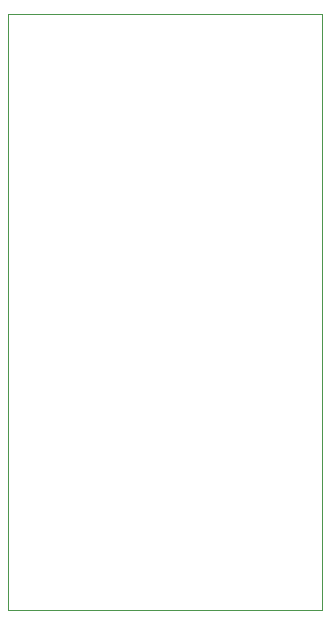
<source format=gbr>
G04*
G04 #@! TF.GenerationSoftware,Altium Limited,Altium Designer,22.4.2 (48)*
G04*
G04 Layer_Color=0*
%FSLAX25Y25*%
%MOIN*%
G70*
G04*
G04 #@! TF.SameCoordinates,F9A4DCB5-2B7C-4553-87A1-470B5E90004D*
G04*
G04*
G04 #@! TF.FilePolarity,Positive*
G04*
G01*
G75*
%ADD30C,0.00100*%
D30*
X126000Y301500D02*
X230500D01*
Y500000D01*
X126000D01*
Y301500D01*
M02*

</source>
